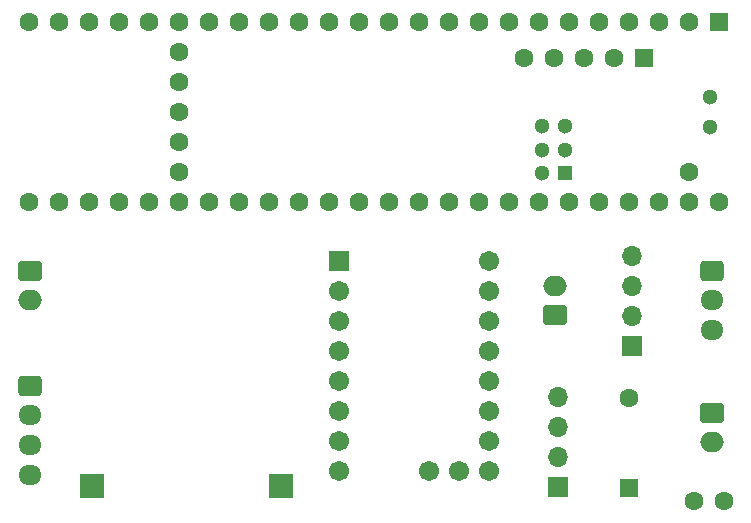
<source format=gbr>
%TF.GenerationSoftware,KiCad,Pcbnew,9.0.0*%
%TF.CreationDate,2025-04-30T22:01:28-04:00*%
%TF.ProjectId,arm,61726d2e-6b69-4636-9164-5f7063625858,rev?*%
%TF.SameCoordinates,Original*%
%TF.FileFunction,Soldermask,Top*%
%TF.FilePolarity,Negative*%
%FSLAX46Y46*%
G04 Gerber Fmt 4.6, Leading zero omitted, Abs format (unit mm)*
G04 Created by KiCad (PCBNEW 9.0.0) date 2025-04-30 22:01:28*
%MOMM*%
%LPD*%
G01*
G04 APERTURE LIST*
G04 Aperture macros list*
%AMRoundRect*
0 Rectangle with rounded corners*
0 $1 Rounding radius*
0 $2 $3 $4 $5 $6 $7 $8 $9 X,Y pos of 4 corners*
0 Add a 4 corners polygon primitive as box body*
4,1,4,$2,$3,$4,$5,$6,$7,$8,$9,$2,$3,0*
0 Add four circle primitives for the rounded corners*
1,1,$1+$1,$2,$3*
1,1,$1+$1,$4,$5*
1,1,$1+$1,$6,$7*
1,1,$1+$1,$8,$9*
0 Add four rect primitives between the rounded corners*
20,1,$1+$1,$2,$3,$4,$5,0*
20,1,$1+$1,$4,$5,$6,$7,0*
20,1,$1+$1,$6,$7,$8,$9,0*
20,1,$1+$1,$8,$9,$2,$3,0*%
G04 Aperture macros list end*
%ADD10R,2.000000X2.000000*%
%ADD11RoundRect,0.250000X0.750000X-0.600000X0.750000X0.600000X-0.750000X0.600000X-0.750000X-0.600000X0*%
%ADD12O,2.000000X1.700000*%
%ADD13RoundRect,0.250000X0.550000X-0.550000X0.550000X0.550000X-0.550000X0.550000X-0.550000X-0.550000X0*%
%ADD14C,1.600000*%
%ADD15RoundRect,0.250000X-0.750000X0.600000X-0.750000X-0.600000X0.750000X-0.600000X0.750000X0.600000X0*%
%ADD16RoundRect,0.102000X-0.754000X-0.754000X0.754000X-0.754000X0.754000X0.754000X-0.754000X0.754000X0*%
%ADD17C,1.712000*%
%ADD18R,1.700000X1.700000*%
%ADD19O,1.700000X1.700000*%
%ADD20RoundRect,0.250000X-0.725000X0.600000X-0.725000X-0.600000X0.725000X-0.600000X0.725000X0.600000X0*%
%ADD21O,1.950000X1.700000*%
%ADD22R,1.600000X1.600000*%
%ADD23R,1.300000X1.300000*%
%ADD24C,1.300000*%
G04 APERTURE END LIST*
D10*
%TO.C,REF\u002A\u002A*%
X137500000Y-115250000D03*
%TD*%
D11*
%TO.C,5V*%
X160700000Y-100750000D03*
D12*
X160700000Y-98250000D03*
%TD*%
D13*
%TO.C,SW*%
X167000000Y-115370000D03*
D14*
X167000000Y-107750000D03*
%TD*%
D15*
%TO.C,RX/TX*%
X116250000Y-97000000D03*
D12*
X116250000Y-99500000D03*
%TD*%
D16*
%TO.C,TMC_2209*%
X142400000Y-96170000D03*
D17*
X142400000Y-98710000D03*
X142400000Y-101250000D03*
X142400000Y-103790000D03*
X142400000Y-106330000D03*
X142400000Y-108870000D03*
X142400000Y-111410000D03*
X142400000Y-113950000D03*
X155100000Y-96170000D03*
X155100000Y-98710000D03*
X155100000Y-101250000D03*
X155100000Y-103790000D03*
X155100000Y-106330000D03*
X155100000Y-108870000D03*
X155100000Y-111410000D03*
X155100000Y-113950000D03*
X150020000Y-113950000D03*
X152560000Y-113950000D03*
%TD*%
D10*
%TO.C,REF\u002A\u002A*%
X121500000Y-115250000D03*
%TD*%
D18*
%TO.C,Ground*%
X167250000Y-103370000D03*
D19*
X167250000Y-100830000D03*
X167250000Y-98290000D03*
X167250000Y-95750000D03*
%TD*%
D14*
%TO.C,C1*%
X175000000Y-116500000D03*
X172500000Y-116500000D03*
%TD*%
D15*
%TO.C,24V*%
X174000000Y-109000000D03*
D12*
X174000000Y-111500000D03*
%TD*%
D20*
%TO.C,Stepper*%
X116250000Y-106750000D03*
D21*
X116250000Y-109250000D03*
X116250000Y-111750000D03*
X116250000Y-114250000D03*
%TD*%
D22*
%TO.C,Teensy1*%
X174570000Y-75948400D03*
D14*
X172030000Y-75948400D03*
X169490000Y-75948400D03*
X166950000Y-75948400D03*
X164410000Y-75948400D03*
X161870000Y-75948400D03*
X159330000Y-75948400D03*
X156790000Y-75948400D03*
X154250000Y-75948400D03*
X151710000Y-75948400D03*
X149170000Y-75948400D03*
X146630000Y-75948400D03*
X144090000Y-75948400D03*
X141550000Y-75948400D03*
X139010000Y-75948400D03*
X136470000Y-75948400D03*
X133930000Y-75948400D03*
X131390000Y-75948400D03*
X128850000Y-75948400D03*
X126310000Y-75948400D03*
X123770000Y-75948400D03*
X121230000Y-75948400D03*
X118690000Y-75948400D03*
X116150000Y-75948400D03*
X116150000Y-91188400D03*
X118690000Y-91188400D03*
X121230000Y-91188400D03*
X123770000Y-91188400D03*
X126310000Y-91188400D03*
X128850000Y-91188400D03*
X131390000Y-91188400D03*
X133930000Y-91188400D03*
X136470000Y-91188400D03*
X139010000Y-91188400D03*
X141550000Y-91188400D03*
X144090000Y-91188400D03*
X146630000Y-91188400D03*
X149170000Y-91188400D03*
X151710000Y-91188400D03*
X154250000Y-91188400D03*
X156790000Y-91188400D03*
X159330000Y-91188400D03*
X161870000Y-91188400D03*
X164410000Y-91188400D03*
X166950000Y-91188400D03*
X169490000Y-91188400D03*
X172030000Y-91188400D03*
X174570000Y-91188400D03*
X172030000Y-88648400D03*
X128850000Y-78488400D03*
X128850000Y-81028400D03*
X128850000Y-83568400D03*
X128850000Y-86108400D03*
X128850000Y-88648400D03*
D22*
X168270800Y-78999200D03*
D14*
X165730800Y-78999200D03*
X163190800Y-78999200D03*
X160650800Y-78999200D03*
X158110800Y-78999200D03*
D23*
X161600000Y-88750000D03*
D24*
X161600000Y-86750000D03*
X161600000Y-84750000D03*
X159600000Y-84750000D03*
X159600000Y-86750000D03*
X159600000Y-88750000D03*
X173840000Y-84838400D03*
X173840000Y-82298400D03*
%TD*%
D20*
%TO.C,Linear Actuator*%
X174000000Y-97000000D03*
D21*
X174000000Y-99500000D03*
X174000000Y-102000000D03*
%TD*%
D18*
%TO.C,5V_BUCK*%
X161000000Y-115330000D03*
D19*
X161000000Y-112790000D03*
X161000000Y-110250000D03*
X161000000Y-107710000D03*
%TD*%
M02*

</source>
